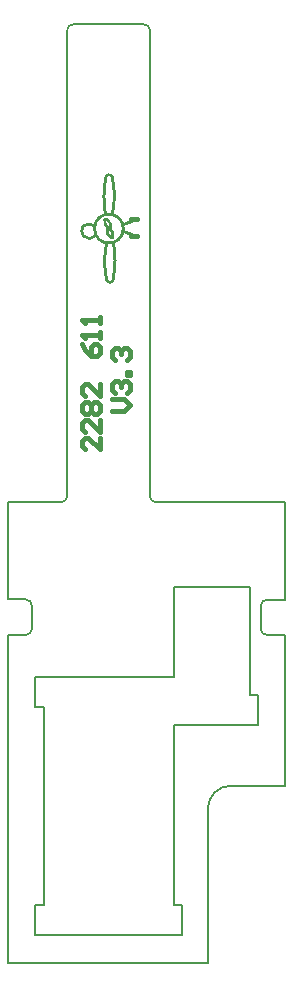
<source format=gto>
G04 Layer_Color=65535*
%FSLAX44Y44*%
%MOMM*%
G71*
G01*
G75*
%ADD10C,0.2000*%
%ADD15C,0.4000*%
%ADD16C,0.1999*%
%ADD21C,0.2540*%
D10*
X-64999Y303064D02*
G03*
X-69999Y308064I-5000J0D01*
G01*
Y278064D02*
G03*
X-64999Y283064I0J5000D01*
G01*
X133999Y307936D02*
G03*
X128999Y302936I0J-5000D01*
G01*
Y282936D02*
G03*
X133999Y277936I5000J0D01*
G01*
X35000Y395500D02*
G03*
X40000Y390500I5000J0D01*
G01*
X-30000Y795000D02*
G03*
X-35000Y790000I0J-5000D01*
G01*
X-40000Y390500D02*
G03*
X-35000Y395500I0J5000D01*
G01*
X104000Y150500D02*
G03*
X84000Y130500I0J-20000D01*
G01*
X35000Y790000D02*
G03*
X30000Y795000I-5000J0D01*
G01*
X-85000Y308000D02*
Y390500D01*
X-84999Y278064D02*
X-69999D01*
X-84999Y308064D02*
X-69999D01*
X-64999Y283064D02*
Y303064D01*
X128999Y282936D02*
Y302936D01*
X133999Y277936D02*
X148999D01*
X133999Y307936D02*
X148999D01*
X149000Y308000D02*
Y390500D01*
X84000Y0D02*
Y130500D01*
X84000Y-0D02*
X84000Y0D01*
X-85000Y-0D02*
X84000D01*
X-85000Y390500D02*
X-40000D01*
X-85000Y-0D02*
Y278000D01*
X104000Y150500D02*
X149000D01*
Y278000D01*
X40000Y390500D02*
X149000D01*
X35000Y395500D02*
Y790000D01*
X-30000Y795000D02*
X30000D01*
X-35000Y395500D02*
Y790000D01*
D15*
X19262Y630028D02*
X24262D01*
X19262Y616028D02*
X24262D01*
X2765Y468000D02*
X12922D01*
X18000Y473078D01*
X12922Y478157D01*
X2765D01*
X5304Y483235D02*
X2765Y485774D01*
Y490853D01*
X5304Y493392D01*
X7843D01*
X10382Y490853D01*
Y488313D01*
Y490853D01*
X12922Y493392D01*
X15461D01*
X18000Y490853D01*
Y485774D01*
X15461Y483235D01*
X18000Y498470D02*
X15461D01*
Y501009D01*
X18000D01*
Y498470D01*
X5304Y511166D02*
X2765Y513705D01*
Y518784D01*
X5304Y521323D01*
X7843D01*
X10382Y518784D01*
Y516244D01*
Y518784D01*
X12922Y521323D01*
X15461D01*
X18000Y518784D01*
Y513705D01*
X15461Y511166D01*
X-22235Y524157D02*
X-19696Y519078D01*
X-14618Y514000D01*
X-9539D01*
X-7000Y516539D01*
Y521618D01*
X-9539Y524157D01*
X-12078D01*
X-14618Y521618D01*
Y514000D01*
X-7000Y529235D02*
Y534313D01*
Y531774D01*
X-22235D01*
X-19696Y529235D01*
X-7000Y541931D02*
Y547009D01*
Y544470D01*
X-22235D01*
X-19696Y541931D01*
X-7000Y445157D02*
Y435000D01*
X-17157Y445157D01*
X-19696D01*
X-22235Y442617D01*
Y437539D01*
X-19696Y435000D01*
X-7000Y460392D02*
Y450235D01*
X-17157Y460392D01*
X-19696D01*
X-22235Y457853D01*
Y452774D01*
X-19696Y450235D01*
Y465470D02*
X-22235Y468009D01*
Y473088D01*
X-19696Y475627D01*
X-17157D01*
X-14618Y473088D01*
X-12078Y475627D01*
X-9539D01*
X-7000Y473088D01*
Y468009D01*
X-9539Y465470D01*
X-12078D01*
X-14618Y468009D01*
X-17157Y465470D01*
X-19696D01*
X-14618Y468009D02*
Y473088D01*
X-7000Y490862D02*
Y480705D01*
X-17157Y490862D01*
X-19696D01*
X-22235Y488323D01*
Y483244D01*
X-19696Y480705D01*
D16*
X-61999Y241999D02*
X55001D01*
X-61999Y24001D02*
X61999D01*
X55001Y201801D02*
X126500D01*
Y226800D01*
X119499D02*
X126500D01*
X119499D02*
Y318501D01*
X55001D02*
X119499D01*
X55001Y241999D02*
Y318501D01*
X-61999Y217000D02*
Y241999D01*
Y217000D02*
X-55001D01*
Y49000D02*
Y217000D01*
X-61999Y49000D02*
X-55001D01*
X-61999Y24001D02*
Y49000D01*
X55001D02*
Y201801D01*
Y49000D02*
X61999D01*
Y24001D02*
Y49000D01*
D21*
X-1690Y578574D02*
G03*
X4172Y579656I2869J877D01*
G01*
X12427Y622028D02*
G03*
X12427Y622028I-12165J0D01*
G01*
X-1738Y610028D02*
G03*
X-1690Y578573I61614J-15633D01*
G01*
X4172Y579656D02*
G03*
X4319Y609952I-90673J15590D01*
G01*
X-21738Y624028D02*
G03*
X-21440Y615785I7628J-3851D01*
G01*
X-11753Y624007D02*
G03*
X-21738Y624028I-5004J-5259D01*
G01*
X-903Y622374D02*
G03*
X2262Y614028I6021J-2490D01*
G01*
X3702Y614495D02*
G03*
X262Y622028I-6296J1677D01*
G01*
X-3178Y629562D02*
G03*
X262Y622028I6296J-1677D01*
G01*
X1285Y621363D02*
G03*
X-1738Y630028I-5879J2809D01*
G01*
X3214Y665483D02*
G03*
X-2648Y664401I-2869J-877D01*
G01*
D02*
G03*
X-2795Y634104I90673J-15590D01*
G01*
X3262Y634028D02*
G03*
X3214Y665483I-61614J15634D01*
G01*
X-20923Y615524D02*
G03*
X-10738Y616028I4862J4904D01*
G01*
X12262Y620028D02*
X21262Y617028D01*
X12262Y626028D02*
X21262Y629028D01*
M02*

</source>
